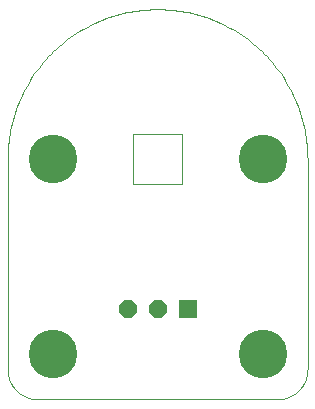
<source format=gbs>
G75*
%MOIN*%
%OFA0B0*%
%FSLAX25Y25*%
%IPPOS*%
%LPD*%
%AMOC8*
5,1,8,0,0,1.08239X$1,22.5*
%
%ADD10OC8,0.06000*%
%ADD11R,0.06000X0.06000*%
%ADD12C,0.00000*%
%ADD13C,0.16211*%
D10*
X0046800Y0054006D03*
X0056800Y0054006D03*
D11*
X0066800Y0054006D03*
D12*
X0096800Y0024006D02*
X0016800Y0024006D01*
X0016558Y0024009D01*
X0016317Y0024018D01*
X0016076Y0024032D01*
X0015835Y0024053D01*
X0015595Y0024079D01*
X0015355Y0024111D01*
X0015116Y0024149D01*
X0014879Y0024192D01*
X0014642Y0024242D01*
X0014407Y0024297D01*
X0014173Y0024357D01*
X0013941Y0024424D01*
X0013710Y0024495D01*
X0013481Y0024573D01*
X0013254Y0024656D01*
X0013029Y0024744D01*
X0012806Y0024838D01*
X0012586Y0024937D01*
X0012368Y0025042D01*
X0012153Y0025151D01*
X0011940Y0025266D01*
X0011730Y0025386D01*
X0011524Y0025511D01*
X0011320Y0025641D01*
X0011119Y0025776D01*
X0010922Y0025916D01*
X0010728Y0026060D01*
X0010538Y0026209D01*
X0010352Y0026363D01*
X0010169Y0026521D01*
X0009990Y0026683D01*
X0009815Y0026850D01*
X0009644Y0027021D01*
X0009477Y0027196D01*
X0009315Y0027375D01*
X0009157Y0027558D01*
X0009003Y0027744D01*
X0008854Y0027934D01*
X0008710Y0028128D01*
X0008570Y0028325D01*
X0008435Y0028526D01*
X0008305Y0028730D01*
X0008180Y0028936D01*
X0008060Y0029146D01*
X0007945Y0029359D01*
X0007836Y0029574D01*
X0007731Y0029792D01*
X0007632Y0030012D01*
X0007538Y0030235D01*
X0007450Y0030460D01*
X0007367Y0030687D01*
X0007289Y0030916D01*
X0007218Y0031147D01*
X0007151Y0031379D01*
X0007091Y0031613D01*
X0007036Y0031848D01*
X0006986Y0032085D01*
X0006943Y0032322D01*
X0006905Y0032561D01*
X0006873Y0032801D01*
X0006847Y0033041D01*
X0006826Y0033282D01*
X0006812Y0033523D01*
X0006803Y0033764D01*
X0006800Y0034006D01*
X0006800Y0104006D01*
X0048532Y0095738D02*
X0048532Y0112274D01*
X0065068Y0112274D01*
X0065068Y0095738D01*
X0048532Y0095738D01*
X0006800Y0104006D02*
X0006815Y0105224D01*
X0006859Y0106440D01*
X0006933Y0107656D01*
X0007037Y0108869D01*
X0007170Y0110079D01*
X0007333Y0111286D01*
X0007525Y0112488D01*
X0007746Y0113686D01*
X0007996Y0114878D01*
X0008275Y0116063D01*
X0008583Y0117241D01*
X0008920Y0118411D01*
X0009285Y0119573D01*
X0009678Y0120725D01*
X0010099Y0121868D01*
X0010548Y0122999D01*
X0011024Y0124120D01*
X0011528Y0125229D01*
X0012058Y0126325D01*
X0012615Y0127408D01*
X0013198Y0128477D01*
X0013806Y0129531D01*
X0014441Y0130571D01*
X0015100Y0131594D01*
X0015784Y0132602D01*
X0016493Y0133592D01*
X0017225Y0134565D01*
X0017981Y0135519D01*
X0018760Y0136455D01*
X0019561Y0137372D01*
X0020385Y0138269D01*
X0021230Y0139145D01*
X0022096Y0140001D01*
X0022983Y0140836D01*
X0023890Y0141648D01*
X0024816Y0142438D01*
X0025762Y0143206D01*
X0026725Y0143950D01*
X0027707Y0144670D01*
X0028706Y0145367D01*
X0029721Y0146039D01*
X0030753Y0146686D01*
X0031800Y0147307D01*
X0032862Y0147903D01*
X0033938Y0148473D01*
X0035027Y0149017D01*
X0036130Y0149533D01*
X0037245Y0150023D01*
X0038371Y0150486D01*
X0039508Y0150921D01*
X0040656Y0151328D01*
X0041813Y0151707D01*
X0042979Y0152058D01*
X0044153Y0152380D01*
X0045335Y0152674D01*
X0046524Y0152939D01*
X0047718Y0153174D01*
X0048918Y0153381D01*
X0050123Y0153558D01*
X0051331Y0153706D01*
X0052543Y0153824D01*
X0053758Y0153913D01*
X0054974Y0153973D01*
X0056191Y0154002D01*
X0057409Y0154002D01*
X0058626Y0153973D01*
X0059842Y0153913D01*
X0061057Y0153824D01*
X0062269Y0153706D01*
X0063477Y0153558D01*
X0064682Y0153381D01*
X0065882Y0153174D01*
X0067076Y0152939D01*
X0068265Y0152674D01*
X0069447Y0152380D01*
X0070621Y0152058D01*
X0071787Y0151707D01*
X0072944Y0151328D01*
X0074092Y0150921D01*
X0075229Y0150486D01*
X0076355Y0150023D01*
X0077470Y0149533D01*
X0078573Y0149017D01*
X0079662Y0148473D01*
X0080738Y0147903D01*
X0081800Y0147307D01*
X0082847Y0146686D01*
X0083879Y0146039D01*
X0084894Y0145367D01*
X0085893Y0144670D01*
X0086875Y0143950D01*
X0087838Y0143206D01*
X0088784Y0142438D01*
X0089710Y0141648D01*
X0090617Y0140836D01*
X0091504Y0140001D01*
X0092370Y0139145D01*
X0093215Y0138269D01*
X0094039Y0137372D01*
X0094840Y0136455D01*
X0095619Y0135519D01*
X0096375Y0134565D01*
X0097107Y0133592D01*
X0097816Y0132602D01*
X0098500Y0131594D01*
X0099159Y0130571D01*
X0099794Y0129531D01*
X0100402Y0128477D01*
X0100985Y0127408D01*
X0101542Y0126325D01*
X0102072Y0125229D01*
X0102576Y0124120D01*
X0103052Y0122999D01*
X0103501Y0121868D01*
X0103922Y0120725D01*
X0104315Y0119573D01*
X0104680Y0118411D01*
X0105017Y0117241D01*
X0105325Y0116063D01*
X0105604Y0114878D01*
X0105854Y0113686D01*
X0106075Y0112488D01*
X0106267Y0111286D01*
X0106430Y0110079D01*
X0106563Y0108869D01*
X0106667Y0107656D01*
X0106741Y0106440D01*
X0106785Y0105224D01*
X0106800Y0104006D01*
X0106800Y0034006D01*
X0106797Y0033764D01*
X0106788Y0033523D01*
X0106774Y0033282D01*
X0106753Y0033041D01*
X0106727Y0032801D01*
X0106695Y0032561D01*
X0106657Y0032322D01*
X0106614Y0032085D01*
X0106564Y0031848D01*
X0106509Y0031613D01*
X0106449Y0031379D01*
X0106382Y0031147D01*
X0106311Y0030916D01*
X0106233Y0030687D01*
X0106150Y0030460D01*
X0106062Y0030235D01*
X0105968Y0030012D01*
X0105869Y0029792D01*
X0105764Y0029574D01*
X0105655Y0029359D01*
X0105540Y0029146D01*
X0105420Y0028936D01*
X0105295Y0028730D01*
X0105165Y0028526D01*
X0105030Y0028325D01*
X0104890Y0028128D01*
X0104746Y0027934D01*
X0104597Y0027744D01*
X0104443Y0027558D01*
X0104285Y0027375D01*
X0104123Y0027196D01*
X0103956Y0027021D01*
X0103785Y0026850D01*
X0103610Y0026683D01*
X0103431Y0026521D01*
X0103248Y0026363D01*
X0103062Y0026209D01*
X0102872Y0026060D01*
X0102678Y0025916D01*
X0102481Y0025776D01*
X0102280Y0025641D01*
X0102076Y0025511D01*
X0101870Y0025386D01*
X0101660Y0025266D01*
X0101447Y0025151D01*
X0101232Y0025042D01*
X0101014Y0024937D01*
X0100794Y0024838D01*
X0100571Y0024744D01*
X0100346Y0024656D01*
X0100119Y0024573D01*
X0099890Y0024495D01*
X0099659Y0024424D01*
X0099427Y0024357D01*
X0099193Y0024297D01*
X0098958Y0024242D01*
X0098721Y0024192D01*
X0098484Y0024149D01*
X0098245Y0024111D01*
X0098005Y0024079D01*
X0097765Y0024053D01*
X0097524Y0024032D01*
X0097283Y0024018D01*
X0097042Y0024009D01*
X0096800Y0024006D01*
D13*
X0091800Y0039006D03*
X0091800Y0104006D03*
X0021800Y0104006D03*
X0021800Y0039006D03*
M02*

</source>
